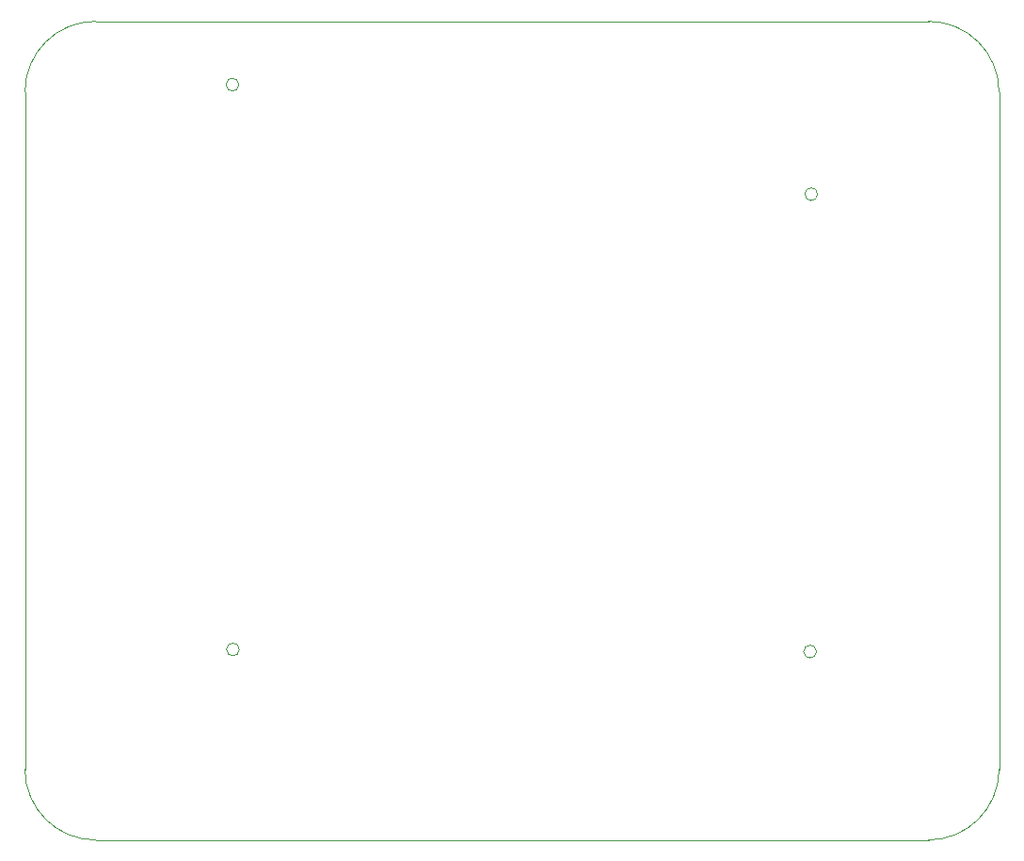
<source format=gbr>
%TF.GenerationSoftware,KiCad,Pcbnew,7.0.7*%
%TF.CreationDate,2023-10-17T18:40:51-05:00*%
%TF.ProjectId,stm32f405rgt6,73746d33-3266-4343-9035-726774362e6b,rev?*%
%TF.SameCoordinates,Original*%
%TF.FileFunction,Profile,NP*%
%FSLAX46Y46*%
G04 Gerber Fmt 4.6, Leading zero omitted, Abs format (unit mm)*
G04 Created by KiCad (PCBNEW 7.0.7) date 2023-10-17 18:40:51*
%MOMM*%
%LPD*%
G01*
G04 APERTURE LIST*
%TA.AperFunction,Profile*%
%ADD10C,0.100000*%
%TD*%
G04 APERTURE END LIST*
D10*
X143236000Y-117730000D02*
G75*
G03*
X143236000Y-117730000I-576000J0D01*
G01*
X195156000Y-117920000D02*
G75*
G03*
X195156000Y-117920000I-576000J0D01*
G01*
X195260000Y-76770000D02*
G75*
G03*
X195260000Y-76770000I-576000J0D01*
G01*
X143196000Y-66910000D02*
G75*
G03*
X143196000Y-66910000I-576000J0D01*
G01*
X130302000Y-61214000D02*
X205232000Y-61214000D01*
X211582000Y-67564000D02*
G75*
G03*
X205232000Y-61214000I-6350000J0D01*
G01*
X130302000Y-134874000D02*
X204724000Y-134874000D01*
X211582000Y-128524000D02*
X211582000Y-67564000D01*
X204978000Y-134874000D02*
X205232000Y-134874000D01*
X123952000Y-128524000D02*
X123952000Y-67564000D01*
X130302000Y-61214000D02*
G75*
G03*
X123952000Y-67564000I0J-6350000D01*
G01*
X205232000Y-134874000D02*
G75*
G03*
X211582000Y-128524000I0J6350000D01*
G01*
X123952000Y-128524000D02*
G75*
G03*
X130302000Y-134874000I6350000J0D01*
G01*
X204724000Y-134874000D02*
X204978000Y-134874000D01*
M02*

</source>
